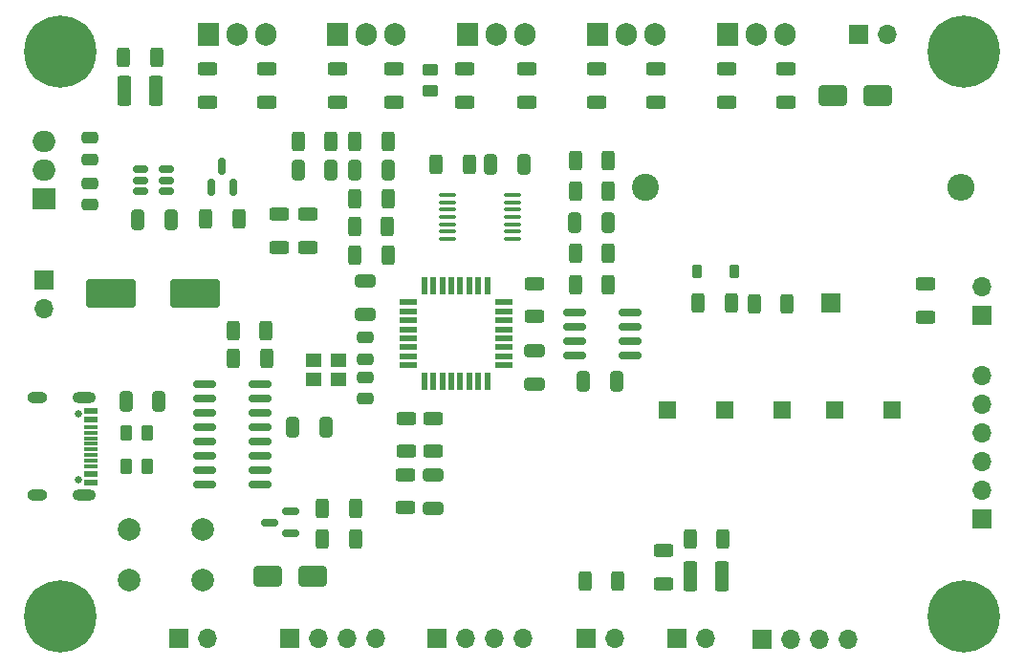
<source format=gbr>
%TF.GenerationSoftware,KiCad,Pcbnew,8.0.1*%
%TF.CreationDate,2024-04-29T16:23:36+02:00*%
%TF.ProjectId,CC_Load,43435f4c-6f61-4642-9e6b-696361645f70,rev?*%
%TF.SameCoordinates,Original*%
%TF.FileFunction,Soldermask,Top*%
%TF.FilePolarity,Negative*%
%FSLAX46Y46*%
G04 Gerber Fmt 4.6, Leading zero omitted, Abs format (unit mm)*
G04 Created by KiCad (PCBNEW 8.0.1) date 2024-04-29 16:23:36*
%MOMM*%
%LPD*%
G01*
G04 APERTURE LIST*
G04 Aperture macros list*
%AMRoundRect*
0 Rectangle with rounded corners*
0 $1 Rounding radius*
0 $2 $3 $4 $5 $6 $7 $8 $9 X,Y pos of 4 corners*
0 Add a 4 corners polygon primitive as box body*
4,1,4,$2,$3,$4,$5,$6,$7,$8,$9,$2,$3,0*
0 Add four circle primitives for the rounded corners*
1,1,$1+$1,$2,$3*
1,1,$1+$1,$4,$5*
1,1,$1+$1,$6,$7*
1,1,$1+$1,$8,$9*
0 Add four rect primitives between the rounded corners*
20,1,$1+$1,$2,$3,$4,$5,0*
20,1,$1+$1,$4,$5,$6,$7,0*
20,1,$1+$1,$6,$7,$8,$9,0*
20,1,$1+$1,$8,$9,$2,$3,0*%
G04 Aperture macros list end*
%ADD10RoundRect,0.150000X0.150000X-0.587500X0.150000X0.587500X-0.150000X0.587500X-0.150000X-0.587500X0*%
%ADD11RoundRect,0.150000X0.587500X0.150000X-0.587500X0.150000X-0.587500X-0.150000X0.587500X-0.150000X0*%
%ADD12RoundRect,0.250000X-0.625000X0.312500X-0.625000X-0.312500X0.625000X-0.312500X0.625000X0.312500X0*%
%ADD13R,1.500000X1.500000*%
%ADD14RoundRect,0.250000X-1.950000X-1.000000X1.950000X-1.000000X1.950000X1.000000X-1.950000X1.000000X0*%
%ADD15RoundRect,0.250000X-0.375000X-1.075000X0.375000X-1.075000X0.375000X1.075000X-0.375000X1.075000X0*%
%ADD16RoundRect,0.250000X0.325000X0.650000X-0.325000X0.650000X-0.325000X-0.650000X0.325000X-0.650000X0*%
%ADD17RoundRect,0.250000X1.000000X0.650000X-1.000000X0.650000X-1.000000X-0.650000X1.000000X-0.650000X0*%
%ADD18RoundRect,0.250000X0.312500X0.625000X-0.312500X0.625000X-0.312500X-0.625000X0.312500X-0.625000X0*%
%ADD19RoundRect,0.250000X-0.325000X-0.650000X0.325000X-0.650000X0.325000X0.650000X-0.325000X0.650000X0*%
%ADD20RoundRect,0.250000X-0.312500X-0.625000X0.312500X-0.625000X0.312500X0.625000X-0.312500X0.625000X0*%
%ADD21O,1.700000X1.700000*%
%ADD22R,1.700000X1.700000*%
%ADD23R,1.400000X1.200000*%
%ADD24RoundRect,0.150000X-0.512500X-0.150000X0.512500X-0.150000X0.512500X0.150000X-0.512500X0.150000X0*%
%ADD25RoundRect,0.150000X-0.825000X-0.150000X0.825000X-0.150000X0.825000X0.150000X-0.825000X0.150000X0*%
%ADD26R,1.600000X0.550000*%
%ADD27R,0.550000X1.600000*%
%ADD28RoundRect,0.100000X-0.637500X-0.100000X0.637500X-0.100000X0.637500X0.100000X-0.637500X0.100000X0*%
%ADD29R,2.000000X1.905000*%
%ADD30O,2.000000X1.905000*%
%ADD31RoundRect,0.250000X-0.450000X0.262500X-0.450000X-0.262500X0.450000X-0.262500X0.450000X0.262500X0*%
%ADD32C,2.000000*%
%ADD33C,2.400000*%
%ADD34O,2.400000X2.400000*%
%ADD35RoundRect,0.250000X0.625000X-0.312500X0.625000X0.312500X-0.625000X0.312500X-0.625000X-0.312500X0*%
%ADD36RoundRect,0.250000X0.262500X0.450000X-0.262500X0.450000X-0.262500X-0.450000X0.262500X-0.450000X0*%
%ADD37R,1.905000X2.000000*%
%ADD38O,1.905000X2.000000*%
%ADD39C,0.650000*%
%ADD40R,1.240000X0.600000*%
%ADD41R,1.240000X0.300000*%
%ADD42O,2.100000X1.000000*%
%ADD43O,1.800000X1.000000*%
%ADD44RoundRect,0.225000X0.225000X0.375000X-0.225000X0.375000X-0.225000X-0.375000X0.225000X-0.375000X0*%
%ADD45RoundRect,0.250000X0.375000X1.075000X-0.375000X1.075000X-0.375000X-1.075000X0.375000X-1.075000X0*%
%ADD46RoundRect,0.250000X-0.475000X0.250000X-0.475000X-0.250000X0.475000X-0.250000X0.475000X0.250000X0*%
%ADD47RoundRect,0.250000X0.475000X-0.250000X0.475000X0.250000X-0.475000X0.250000X-0.475000X-0.250000X0*%
%ADD48RoundRect,0.250000X0.650000X-0.325000X0.650000X0.325000X-0.650000X0.325000X-0.650000X-0.325000X0*%
%ADD49RoundRect,0.250000X-0.650000X0.325000X-0.650000X-0.325000X0.650000X-0.325000X0.650000X0.325000X0*%
%ADD50C,6.400000*%
G04 APERTURE END LIST*
D10*
%TO.C,U7*%
X108362500Y-77037500D03*
X110262500Y-77037500D03*
X109312500Y-75162500D03*
%TD*%
D11*
%TO.C,Q1*%
X115350000Y-107650000D03*
X115350000Y-105750000D03*
X113475000Y-106700000D03*
%TD*%
D12*
%TO.C,R41*%
X148400000Y-112162500D03*
X148400000Y-109237500D03*
%TD*%
D13*
%TO.C,TP5*%
X148717000Y-96774000D03*
%TD*%
%TO.C,TP1*%
X163576000Y-96774000D03*
%TD*%
D14*
%TO.C,C3*%
X99500000Y-86400000D03*
X106900000Y-86400000D03*
%TD*%
D15*
%TO.C,D4*%
X150800000Y-111450000D03*
X153600000Y-111450000D03*
%TD*%
D16*
%TO.C,C12*%
X144225000Y-94250000D03*
X141275000Y-94250000D03*
%TD*%
D17*
%TO.C,D5*%
X167400000Y-68900000D03*
X163400000Y-68900000D03*
%TD*%
D18*
%TO.C,R34*%
X131200000Y-75000000D03*
X128275000Y-75000000D03*
%TD*%
%TO.C,R28*%
X124000000Y-73000000D03*
X121075000Y-73000000D03*
%TD*%
%TO.C,R27*%
X124000000Y-78000000D03*
X121075000Y-78000000D03*
%TD*%
D19*
%TO.C,C11*%
X121062500Y-75500000D03*
X124012500Y-75500000D03*
%TD*%
D20*
%TO.C,R6*%
X118200000Y-105450000D03*
X121125000Y-105450000D03*
%TD*%
D21*
%TO.C,J2*%
X108000000Y-117000000D03*
D22*
X105460000Y-117000000D03*
%TD*%
D23*
%TO.C,Y1*%
X119600000Y-94025000D03*
X117400000Y-94025000D03*
X117400000Y-92325000D03*
X119600000Y-92325000D03*
%TD*%
D24*
%TO.C,U6*%
X104337500Y-75450000D03*
X104337500Y-76400000D03*
X104337500Y-77350000D03*
X102062500Y-77350000D03*
X102062500Y-76400000D03*
X102062500Y-75450000D03*
%TD*%
D25*
%TO.C,U5*%
X140525000Y-88095000D03*
X140525000Y-89365000D03*
X140525000Y-90635000D03*
X140525000Y-91905000D03*
X145475000Y-91905000D03*
X145475000Y-90635000D03*
X145475000Y-89365000D03*
X145475000Y-88095000D03*
%TD*%
D26*
%TO.C,U4*%
X125750000Y-87200000D03*
X125750000Y-88000000D03*
X125750000Y-88800000D03*
X125750000Y-89600000D03*
X125750000Y-90400000D03*
X125750000Y-91200000D03*
X125750000Y-92000000D03*
X125750000Y-92800000D03*
D27*
X127200000Y-94250000D03*
X128000000Y-94250000D03*
X128800000Y-94250000D03*
X129600000Y-94250000D03*
X130400000Y-94250000D03*
X131200000Y-94250000D03*
X132000000Y-94250000D03*
X132800000Y-94250000D03*
D26*
X134250000Y-92800000D03*
X134250000Y-92000000D03*
X134250000Y-91200000D03*
X134250000Y-90400000D03*
X134250000Y-89600000D03*
X134250000Y-88800000D03*
X134250000Y-88000000D03*
X134250000Y-87200000D03*
D27*
X132800000Y-85750000D03*
X132000000Y-85750000D03*
X131200000Y-85750000D03*
X130400000Y-85750000D03*
X129600000Y-85750000D03*
X128800000Y-85750000D03*
X128000000Y-85750000D03*
X127200000Y-85750000D03*
%TD*%
D25*
%TO.C,U3*%
X107750000Y-94460000D03*
X107750000Y-95730000D03*
X107750000Y-97000000D03*
X107750000Y-98270000D03*
X107750000Y-99540000D03*
X107750000Y-100810000D03*
X107750000Y-102080000D03*
X107750000Y-103350000D03*
X112700000Y-103350000D03*
X112700000Y-102080000D03*
X112700000Y-100810000D03*
X112700000Y-99540000D03*
X112700000Y-98270000D03*
X112700000Y-97000000D03*
X112700000Y-95730000D03*
X112700000Y-94460000D03*
%TD*%
D28*
%TO.C,U2*%
X129262500Y-77700000D03*
X129262500Y-78350000D03*
X129262500Y-79000000D03*
X129262500Y-79650000D03*
X129262500Y-80300000D03*
X129262500Y-80950000D03*
X129262500Y-81600000D03*
X134987500Y-81600000D03*
X134987500Y-80950000D03*
X134987500Y-80300000D03*
X134987500Y-79650000D03*
X134987500Y-79000000D03*
X134987500Y-78350000D03*
X134987500Y-77700000D03*
%TD*%
D29*
%TO.C,U1*%
X93500000Y-78080000D03*
D30*
X93500000Y-75540000D03*
X93500000Y-73000000D03*
%TD*%
D13*
%TO.C,TP4*%
X153797000Y-96774000D03*
%TD*%
%TO.C,TP3*%
X158877000Y-96774000D03*
%TD*%
%TO.C,TP2*%
X168656000Y-96774000D03*
%TD*%
D31*
%TO.C,TH1*%
X127762000Y-68453000D03*
X127762000Y-66628000D03*
%TD*%
D32*
%TO.C,SW1*%
X101100000Y-107350000D03*
X107600000Y-107350000D03*
X101100000Y-111850000D03*
X107600000Y-111850000D03*
%TD*%
D20*
%TO.C,R40*%
X110775000Y-79850000D03*
X107850000Y-79850000D03*
%TD*%
D18*
%TO.C,R39*%
X143497500Y-85637000D03*
X140572500Y-85637000D03*
%TD*%
%TO.C,R38*%
X143497500Y-82887000D03*
X140572500Y-82887000D03*
%TD*%
D33*
%TO.C,R37*%
X146780000Y-77000000D03*
D34*
X174720000Y-77000000D03*
%TD*%
D20*
%TO.C,R36*%
X140572500Y-74637000D03*
X143497500Y-74637000D03*
%TD*%
%TO.C,R35*%
X140572500Y-77387000D03*
X143497500Y-77387000D03*
%TD*%
D12*
%TO.C,R33*%
X159250000Y-66537500D03*
X159250000Y-69462500D03*
%TD*%
%TO.C,R32*%
X147750000Y-66537500D03*
X147750000Y-69462500D03*
%TD*%
%TO.C,R31*%
X136250000Y-66537500D03*
X136250000Y-69462500D03*
%TD*%
%TO.C,R30*%
X124500000Y-66537500D03*
X124500000Y-69462500D03*
%TD*%
%TO.C,R29*%
X113250000Y-66537500D03*
X113250000Y-69462500D03*
%TD*%
%TO.C,R26*%
X154000000Y-66537500D03*
X154000000Y-69462500D03*
%TD*%
%TO.C,R25*%
X142500000Y-66537500D03*
X142500000Y-69462500D03*
%TD*%
%TO.C,R24*%
X130750000Y-66537500D03*
X130750000Y-69462500D03*
%TD*%
%TO.C,R23*%
X119500000Y-66537500D03*
X119500000Y-69462500D03*
%TD*%
%TO.C,R22*%
X108000000Y-66537500D03*
X108000000Y-69462500D03*
%TD*%
D35*
%TO.C,R21*%
X125500000Y-105425000D03*
X125500000Y-102500000D03*
%TD*%
D12*
%TO.C,R20*%
X128016000Y-97470500D03*
X128016000Y-100395500D03*
%TD*%
%TO.C,R19*%
X125603000Y-97470500D03*
X125603000Y-100395500D03*
%TD*%
%TO.C,R18*%
X137000000Y-85537500D03*
X137000000Y-88462500D03*
%TD*%
D18*
%TO.C,R17*%
X118962500Y-73000000D03*
X116037500Y-73000000D03*
%TD*%
%TO.C,R16*%
X124000000Y-83000000D03*
X121075000Y-83000000D03*
%TD*%
%TO.C,R15*%
X121037500Y-80500000D03*
X123962500Y-80500000D03*
%TD*%
D35*
%TO.C,R14*%
X116900000Y-79400000D03*
X116900000Y-82325000D03*
%TD*%
%TO.C,R13*%
X114400000Y-79400000D03*
X114400000Y-82325000D03*
%TD*%
%TO.C,R12*%
X171600000Y-88500000D03*
X171600000Y-85575000D03*
%TD*%
D18*
%TO.C,R11*%
X153662500Y-108200000D03*
X150737500Y-108200000D03*
%TD*%
%TO.C,R10*%
X121125000Y-108200000D03*
X118200000Y-108200000D03*
%TD*%
D20*
%TO.C,R9*%
X154400000Y-87250000D03*
X151475000Y-87250000D03*
%TD*%
%TO.C,R8*%
X100575000Y-65500000D03*
X103500000Y-65500000D03*
%TD*%
D18*
%TO.C,R7*%
X144362500Y-111900000D03*
X141437500Y-111900000D03*
%TD*%
D20*
%TO.C,R5*%
X159342500Y-87320000D03*
X156417500Y-87320000D03*
%TD*%
D18*
%TO.C,R4*%
X113250000Y-92210000D03*
X110325000Y-92210000D03*
%TD*%
D36*
%TO.C,R3*%
X102662500Y-101750000D03*
X100837500Y-101750000D03*
%TD*%
D18*
%TO.C,R2*%
X113212500Y-89750000D03*
X110287500Y-89750000D03*
%TD*%
D36*
%TO.C,R1*%
X102662500Y-98750000D03*
X100837500Y-98750000D03*
%TD*%
D37*
%TO.C,Q6*%
X154080000Y-63500000D03*
D38*
X156620000Y-63500000D03*
X159160000Y-63500000D03*
%TD*%
D37*
%TO.C,Q5*%
X142580000Y-63500000D03*
D38*
X145120000Y-63500000D03*
X147660000Y-63500000D03*
%TD*%
D37*
%TO.C,Q4*%
X131040000Y-63500000D03*
D38*
X133580000Y-63500000D03*
X136120000Y-63500000D03*
%TD*%
D37*
%TO.C,Q3*%
X119500000Y-63500000D03*
D38*
X122040000Y-63500000D03*
X124580000Y-63500000D03*
%TD*%
%TO.C,Q2*%
X113160000Y-63500000D03*
X110620000Y-63500000D03*
D37*
X108080000Y-63500000D03*
%TD*%
D21*
%TO.C,J12*%
X164730000Y-117050000D03*
X162190000Y-117050000D03*
X159650000Y-117050000D03*
D22*
X157110000Y-117050000D03*
%TD*%
%TO.C,J11*%
X176600000Y-106400000D03*
D21*
X176600000Y-103860000D03*
X176600000Y-101320000D03*
X176600000Y-98780000D03*
X176600000Y-96240000D03*
X176600000Y-93700000D03*
%TD*%
D22*
%TO.C,J10*%
X149595000Y-117000000D03*
D21*
X152135000Y-117000000D03*
%TD*%
%TO.C,J9*%
X135940000Y-117000000D03*
X133400000Y-117000000D03*
X130860000Y-117000000D03*
D22*
X128320000Y-117000000D03*
%TD*%
D21*
%TO.C,J8*%
X122910000Y-117000000D03*
X120370000Y-117000000D03*
X117830000Y-117000000D03*
D22*
X115290000Y-117000000D03*
%TD*%
%TO.C,J7*%
X165710000Y-63500000D03*
D21*
X168250000Y-63500000D03*
%TD*%
D22*
%TO.C,J6*%
X176600000Y-88400000D03*
D21*
X176600000Y-85860000D03*
%TD*%
D39*
%TO.C,J5*%
X96605000Y-97110000D03*
X96605000Y-102890000D03*
D40*
X97725000Y-96800000D03*
X97725000Y-97600000D03*
D41*
X97725000Y-98750000D03*
X97725000Y-99750000D03*
X97725000Y-100250000D03*
X97725000Y-101250000D03*
D40*
X97725000Y-102400000D03*
X97725000Y-103200000D03*
X97725000Y-103200000D03*
X97725000Y-102400000D03*
D41*
X97725000Y-101750000D03*
X97725000Y-100750000D03*
X97725000Y-99250000D03*
X97725000Y-98250000D03*
D40*
X97725000Y-97600000D03*
X97725000Y-96800000D03*
D42*
X97125000Y-95680000D03*
D43*
X92925000Y-95680000D03*
D42*
X97125000Y-104320000D03*
D43*
X92925000Y-104320000D03*
%TD*%
D21*
%TO.C,J4*%
X144120000Y-117000000D03*
D22*
X141580000Y-117000000D03*
%TD*%
%TO.C,J3*%
X93500000Y-85225000D03*
D21*
X93500000Y-87765000D03*
%TD*%
D22*
%TO.C,J1*%
X163250000Y-87250000D03*
%TD*%
D44*
%TO.C,D3*%
X151380500Y-84500000D03*
X154680500Y-84500000D03*
%TD*%
D45*
%TO.C,D2*%
X103437500Y-68500000D03*
X100637500Y-68500000D03*
%TD*%
D17*
%TO.C,D1*%
X117350000Y-111500000D03*
X113350000Y-111500000D03*
%TD*%
D19*
%TO.C,C16*%
X104812500Y-79900000D03*
X101862500Y-79900000D03*
%TD*%
%TO.C,C15*%
X140560000Y-80137000D03*
X143510000Y-80137000D03*
%TD*%
D46*
%TO.C,C14*%
X122000000Y-95775000D03*
X122000000Y-93875000D03*
%TD*%
D47*
%TO.C,C13*%
X122000000Y-90325000D03*
X122000000Y-92225000D03*
%TD*%
D48*
%TO.C,C10*%
X128000000Y-105450000D03*
X128000000Y-102500000D03*
%TD*%
D16*
%TO.C,C9*%
X118975000Y-75500000D03*
X116025000Y-75500000D03*
%TD*%
D49*
%TO.C,C8*%
X137000000Y-94475000D03*
X137000000Y-91525000D03*
%TD*%
D48*
%TO.C,C7*%
X122000000Y-85325000D03*
X122000000Y-88275000D03*
%TD*%
D19*
%TO.C,C6*%
X115550000Y-98250000D03*
X118500000Y-98250000D03*
%TD*%
D46*
%TO.C,C5*%
X97600000Y-72650000D03*
X97600000Y-74550000D03*
%TD*%
D47*
%TO.C,C4*%
X97600000Y-78550000D03*
X97600000Y-76650000D03*
%TD*%
D19*
%TO.C,C2*%
X133062500Y-75000000D03*
X136012500Y-75000000D03*
%TD*%
%TO.C,C1*%
X100775000Y-96000000D03*
X103725000Y-96000000D03*
%TD*%
D50*
%TO.C,H4*%
X175000000Y-115000000D03*
%TD*%
%TO.C,H3*%
X95000000Y-115000000D03*
%TD*%
%TO.C,H1*%
X95000000Y-65000000D03*
%TD*%
%TO.C,H2*%
X175000000Y-65000000D03*
%TD*%
M02*

</source>
